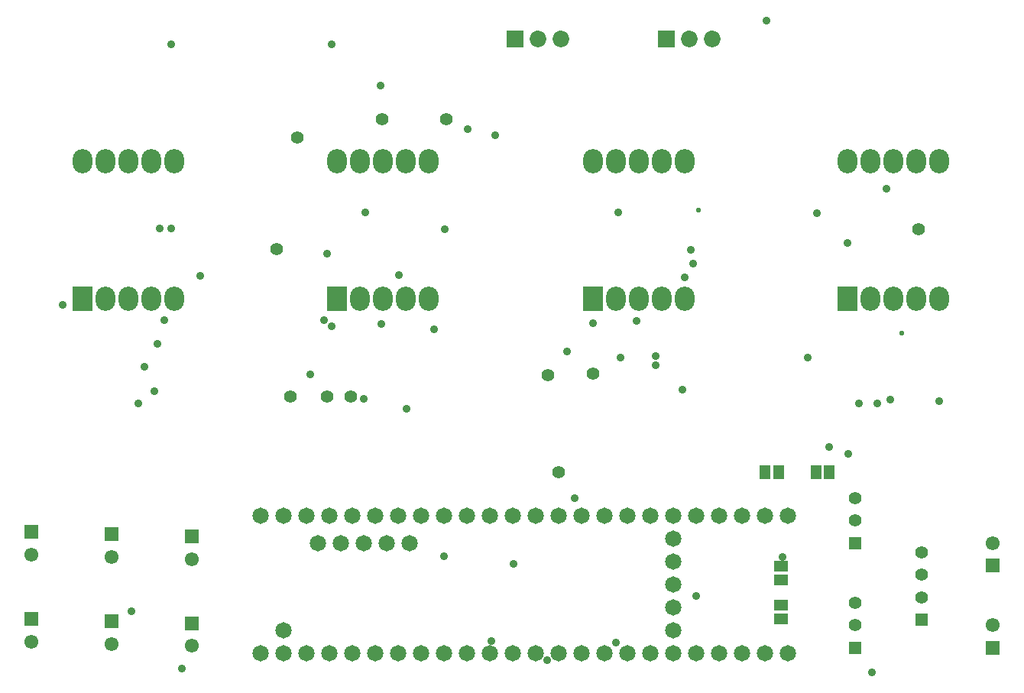
<source format=gts>
G04*
G04 #@! TF.GenerationSoftware,Altium Limited,Altium Designer,22.10.1 (41)*
G04*
G04 Layer_Color=8388736*
%FSLAX44Y44*%
%MOMM*%
G71*
G04*
G04 #@! TF.SameCoordinates,4CDF153F-0075-4D10-A07D-334E842CD810*
G04*
G04*
G04 #@! TF.FilePolarity,Negative*
G04*
G01*
G75*
%ADD13R,1.1500X1.5000*%
%ADD14R,1.5000X1.1500*%
%ADD15R,1.5500X1.5500*%
%ADD16C,1.5500*%
%ADD17C,1.8150*%
%ADD18R,2.1820X2.6900*%
%ADD19O,2.1820X2.6900*%
%ADD20C,1.8500*%
%ADD21R,1.8500X1.8500*%
%ADD22C,1.4000*%
%ADD23R,1.4000X1.4000*%
%ADD24C,0.9120*%
%ADD25C,0.5564*%
%ADD26C,1.4200*%
D13*
X919480Y228600D02*
D03*
X904480D02*
D03*
X863480D02*
D03*
X848480D02*
D03*
D14*
X866140Y124340D02*
D03*
Y109340D02*
D03*
Y81160D02*
D03*
Y66160D02*
D03*
D15*
X35390Y162360D02*
D03*
X124120Y159620D02*
D03*
X213190Y157280D02*
D03*
X35390Y65840D02*
D03*
X124290Y63300D02*
D03*
X213020Y60960D02*
D03*
X1100160Y33855D02*
D03*
Y124860D02*
D03*
D16*
X35390Y137360D02*
D03*
X124120Y134620D02*
D03*
X213190Y132280D02*
D03*
X35390Y40840D02*
D03*
X124290Y38300D02*
D03*
X213020Y35960D02*
D03*
X1100160Y58855D02*
D03*
Y149860D02*
D03*
D17*
X340360Y180340D02*
D03*
X365760D02*
D03*
X391160D02*
D03*
X416560D02*
D03*
X441960D02*
D03*
X467360D02*
D03*
X492760D02*
D03*
X518160D02*
D03*
X543560D02*
D03*
X568960D02*
D03*
X594360D02*
D03*
X619760D02*
D03*
Y27940D02*
D03*
X594360D02*
D03*
X568960D02*
D03*
X543560D02*
D03*
X518160D02*
D03*
X492760D02*
D03*
X467360D02*
D03*
X441960D02*
D03*
X416560D02*
D03*
X391160D02*
D03*
X365760D02*
D03*
X670560Y180340D02*
D03*
X695960D02*
D03*
X721360D02*
D03*
X746760D02*
D03*
X772160D02*
D03*
X797560D02*
D03*
X822960D02*
D03*
X848360D02*
D03*
X873760D02*
D03*
Y27940D02*
D03*
X848360D02*
D03*
X822960D02*
D03*
X797560D02*
D03*
X772160D02*
D03*
X746760D02*
D03*
X721360D02*
D03*
X695960D02*
D03*
X670560D02*
D03*
X645160Y180340D02*
D03*
X746760Y154940D02*
D03*
Y129540D02*
D03*
Y104140D02*
D03*
Y78740D02*
D03*
Y53340D02*
D03*
X454660Y149840D02*
D03*
X429260D02*
D03*
X403860D02*
D03*
X378460D02*
D03*
X353060D02*
D03*
X340360Y27940D02*
D03*
X289560D02*
D03*
X314960Y180340D02*
D03*
Y53340D02*
D03*
X645160Y27940D02*
D03*
X314960D02*
D03*
X289560Y180340D02*
D03*
D18*
X374142Y420878D02*
D03*
X939800D02*
D03*
X657860D02*
D03*
X92202D02*
D03*
D19*
X399542D02*
D03*
X424942D02*
D03*
X450342D02*
D03*
X475742D02*
D03*
X374142Y573278D02*
D03*
X399542D02*
D03*
X424942D02*
D03*
X450342D02*
D03*
X475742D02*
D03*
X1041400D02*
D03*
X1016000D02*
D03*
X990600D02*
D03*
X965200D02*
D03*
X939800D02*
D03*
X1041400Y420878D02*
D03*
X1016000D02*
D03*
X990600D02*
D03*
X965200D02*
D03*
X683260D02*
D03*
X708660D02*
D03*
X734060D02*
D03*
X759460D02*
D03*
X657860Y573278D02*
D03*
X683260D02*
D03*
X708660D02*
D03*
X734060D02*
D03*
X759460D02*
D03*
X117602Y420878D02*
D03*
X143002D02*
D03*
X168402D02*
D03*
X193802D02*
D03*
X92202Y573278D02*
D03*
X117602D02*
D03*
X143002D02*
D03*
X168402D02*
D03*
X193802D02*
D03*
D20*
X789940Y708660D02*
D03*
X764540D02*
D03*
X622300D02*
D03*
X596900D02*
D03*
D21*
X739140D02*
D03*
X571500D02*
D03*
D22*
X947760Y199860D02*
D03*
Y174860D02*
D03*
Y83820D02*
D03*
Y58820D02*
D03*
X1021420Y89700D02*
D03*
Y114700D02*
D03*
Y139700D02*
D03*
D23*
X947760Y149860D02*
D03*
Y33820D02*
D03*
X1021420Y64700D02*
D03*
D24*
X146558Y74168D02*
D03*
X545084Y41656D02*
D03*
X683260Y39370D02*
D03*
X637540Y199390D02*
D03*
X905510Y515620D02*
D03*
X982980Y542753D02*
D03*
X952500Y304800D02*
D03*
X972820D02*
D03*
X986790Y308483D02*
D03*
X1041400Y307340D02*
D03*
X688340Y355600D02*
D03*
X727011Y347173D02*
D03*
X727009Y356870D02*
D03*
X423418Y392891D02*
D03*
X403860Y309880D02*
D03*
X493522Y498094D02*
D03*
X966978Y6604D02*
D03*
X919226Y256032D02*
D03*
X222504Y446024D02*
D03*
X706120Y395986D02*
D03*
X765810Y474577D02*
D03*
X768350Y459994D02*
D03*
X175260Y370332D02*
D03*
X190171Y498677D02*
D03*
X895858Y355346D02*
D03*
X405638Y516023D02*
D03*
X367792Y390144D02*
D03*
X939800Y482346D02*
D03*
X442722Y446786D02*
D03*
X628904Y362458D02*
D03*
X685292Y516128D02*
D03*
X481584Y387096D02*
D03*
X368300Y702818D02*
D03*
X189992D02*
D03*
X867918Y134620D02*
D03*
X657860Y393700D02*
D03*
X607060Y20320D02*
D03*
X202184Y10668D02*
D03*
X492760Y135382D02*
D03*
X171704Y318516D02*
D03*
X160528Y345440D02*
D03*
X549656Y601726D02*
D03*
X569976Y126606D02*
D03*
X422402Y656590D02*
D03*
X518668Y608838D02*
D03*
X756920Y319532D02*
D03*
X759567Y444513D02*
D03*
X182245Y396621D02*
D03*
X177800Y498602D02*
D03*
X940054Y249174D02*
D03*
X344170Y337058D02*
D03*
X450850Y298958D02*
D03*
X153670Y304292D02*
D03*
X359918Y397002D02*
D03*
X363220Y470916D02*
D03*
X70104Y414020D02*
D03*
X849630Y728980D02*
D03*
X772160Y91440D02*
D03*
D25*
X774700Y518563D02*
D03*
X999490Y382270D02*
D03*
D26*
X607651Y335871D02*
D03*
X657269Y337820D02*
D03*
X389128Y312420D02*
D03*
X363220D02*
D03*
X322580D02*
D03*
X307340Y475383D02*
D03*
X1018540Y497840D02*
D03*
X330200Y599440D02*
D03*
X423958Y619760D02*
D03*
X495300D02*
D03*
X619760Y228600D02*
D03*
M02*

</source>
